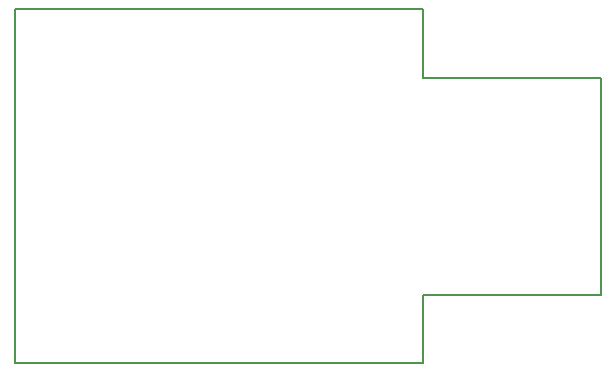
<source format=gko>
G04 This is an RS-274x file exported by *
G04 gerbv version 2.6.0 *
G04 More information is available about gerbv at *
G04 http://gerbv.gpleda.org/ *
G04 --End of header info--*
%MOIN*%
%FSLAX34Y34*%
%IPPOS*%
G04 --Define apertures--*
%ADD10C,0.0050*%
%ADD11C,0.0100*%
%ADD12O,0.0600X0.1100*%
%ADD13R,0.0600X0.0550*%
%ADD14R,0.0550X0.0600*%
%ADD15C,0.0480*%
%ADD16C,0.0150*%
%ADD17C,0.0118*%
%ADD18R,0.0394X0.0157*%
%ADD19R,0.0984X0.0197*%
%ADD20R,0.0984X0.0787*%
%ADD21C,0.0434*%
%ADD22R,0.0709X0.0197*%
%ADD23R,0.0197X0.0709*%
%ADD24R,0.1575X0.0394*%
%ADD25R,0.1969X0.0394*%
%ADD26R,0.0217X0.0433*%
%ADD27R,0.0669X0.0610*%
%ADD28C,0.0197*%
%ADD29C,0.0157*%
G04 --Start main section--*
G54D10*
G01X0172513Y0174135D02*
G01X0186096Y0174135D01*
G01X0186096Y0174135D02*
G01X0186096Y0176419D01*
G01X0186096Y0176419D02*
G01X0192017Y0176419D01*
G01X0192017Y0176419D02*
G01X0192017Y0183663D01*
G01X0192017Y0183663D02*
G01X0186096Y0183663D01*
G01X0186096Y0183663D02*
G01X0186096Y0185946D01*
G01X0186096Y0185946D02*
G01X0172513Y0185946D01*
G01X0172513Y0185946D02*
G01X0172513Y0174135D01*
M02*

</source>
